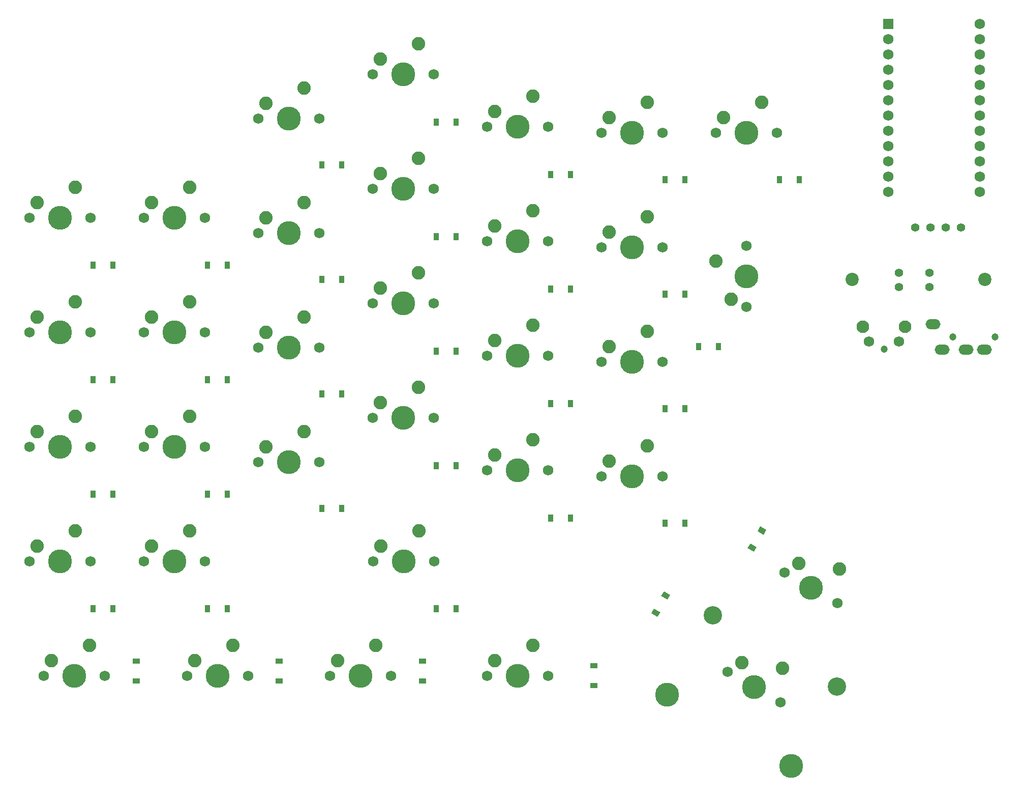
<source format=gbs>
G04 #@! TF.GenerationSoftware,KiCad,Pcbnew,5.1.10*
G04 #@! TF.CreationDate,2021-07-25T23:09:34-04:00*
G04 #@! TF.ProjectId,v04_left,7630345f-6c65-4667-942e-6b696361645f,rev?*
G04 #@! TF.SameCoordinates,Original*
G04 #@! TF.FileFunction,Soldermask,Bot*
G04 #@! TF.FilePolarity,Negative*
%FSLAX46Y46*%
G04 Gerber Fmt 4.6, Leading zero omitted, Abs format (unit mm)*
G04 Created by KiCad (PCBNEW 5.1.10) date 2021-07-25 23:09:34*
%MOMM*%
%LPD*%
G01*
G04 APERTURE LIST*
%ADD10C,2.250000*%
%ADD11C,3.987800*%
%ADD12C,1.750000*%
%ADD13C,3.048000*%
%ADD14R,1.752600X1.752600*%
%ADD15C,1.752600*%
%ADD16O,2.500000X1.700000*%
%ADD17C,1.200000*%
%ADD18C,2.200000*%
%ADD19C,2.100000*%
%ADD20C,0.100000*%
%ADD21R,1.200000X0.900000*%
%ADD22R,0.900000X1.200000*%
%ADD23C,1.397000*%
G04 APERTURE END LIST*
D10*
X-31328295Y-115488591D03*
D11*
X-36068000Y-118618000D03*
D10*
X-38097557Y-114513295D03*
D12*
X-40467409Y-116078000D03*
X-31668591Y-121158000D03*
D13*
X-42886615Y-106615688D03*
X-22264385Y-118521938D03*
D11*
X-50506615Y-119813915D03*
X-29884385Y-131720165D03*
D14*
X-13671250Y-8275000D03*
D15*
X-13671250Y-10815000D03*
X-13671250Y-13355000D03*
X-13671250Y-15895000D03*
X-13671250Y-18435000D03*
X-13671250Y-20975000D03*
X-13671250Y-23515000D03*
X-13671250Y-26055000D03*
X-13671250Y-28595000D03*
X-13671250Y-31135000D03*
X-13671250Y-33675000D03*
X1568750Y-36215000D03*
X1568750Y-33675000D03*
X1568750Y-31135000D03*
X1568750Y-28595000D03*
X1568750Y-26055000D03*
X1568750Y-23515000D03*
X1568750Y-20975000D03*
X1568750Y-18435000D03*
X1568750Y-15895000D03*
X1568750Y-13355000D03*
X1568750Y-10815000D03*
X-13671250Y-36215000D03*
X1568750Y-8275000D03*
D16*
X-6243750Y-58225000D03*
X-4743750Y-62425000D03*
X-743750Y-62425000D03*
X2256250Y-62425000D03*
D17*
X-2943750Y-60325000D03*
X4056250Y-60325000D03*
D18*
X-19750000Y-50750000D03*
X2381250Y-50800000D03*
D17*
X-14406250Y-62328750D03*
D19*
X-10906250Y-58628750D03*
D12*
X-11906250Y-61118750D03*
X-16906250Y-61118750D03*
D19*
X-17916250Y-58628750D03*
D20*
G36*
X-50474135Y-104035769D02*
G01*
X-51513365Y-103435769D01*
X-51063365Y-102656347D01*
X-50024135Y-103256347D01*
X-50474135Y-104035769D01*
G37*
G36*
X-52124135Y-106893653D02*
G01*
X-53163365Y-106293653D01*
X-52713365Y-105514231D01*
X-51674135Y-106114231D01*
X-52124135Y-106893653D01*
G37*
D21*
X-62706250Y-115031250D03*
X-62706250Y-118331250D03*
D22*
X-88962500Y-105568750D03*
X-85662500Y-105568750D03*
D21*
X-91281250Y-114237500D03*
X-91281250Y-117537500D03*
X-115093750Y-114237500D03*
X-115093750Y-117537500D03*
X-138906250Y-114237500D03*
X-138906250Y-117537500D03*
D20*
G36*
X-34440385Y-93240769D02*
G01*
X-35479615Y-92640769D01*
X-35029615Y-91861347D01*
X-33990385Y-92461347D01*
X-34440385Y-93240769D01*
G37*
G36*
X-36090385Y-96098653D02*
G01*
X-37129615Y-95498653D01*
X-36679615Y-94719231D01*
X-35640385Y-95319231D01*
X-36090385Y-96098653D01*
G37*
D22*
X-50862500Y-91281250D03*
X-47562500Y-91281250D03*
X-69912500Y-90487500D03*
X-66612500Y-90487500D03*
X-88962500Y-81756250D03*
X-85662500Y-81756250D03*
X-108012500Y-88900000D03*
X-104712500Y-88900000D03*
X-127062500Y-105568750D03*
X-123762500Y-105568750D03*
X-146112500Y-105568750D03*
X-142812500Y-105568750D03*
X-45306250Y-61912500D03*
X-42006250Y-61912500D03*
X-50862500Y-72231250D03*
X-47562500Y-72231250D03*
X-69912500Y-71437500D03*
X-66612500Y-71437500D03*
X-88962500Y-62706250D03*
X-85662500Y-62706250D03*
X-108012500Y-69850000D03*
X-104712500Y-69850000D03*
X-127062500Y-86518750D03*
X-123762500Y-86518750D03*
X-146112500Y-86518750D03*
X-142812500Y-86518750D03*
X-50862500Y-53181250D03*
X-47562500Y-53181250D03*
X-69912500Y-52387500D03*
X-66612500Y-52387500D03*
X-88962500Y-43656250D03*
X-85662500Y-43656250D03*
X-108012500Y-50800000D03*
X-104712500Y-50800000D03*
X-127062500Y-67468750D03*
X-123762500Y-67468750D03*
X-146112500Y-67468750D03*
X-142812500Y-67468750D03*
X-31812500Y-34131250D03*
X-28512500Y-34131250D03*
X-50862500Y-34131250D03*
X-47562500Y-34131250D03*
X-69912500Y-33337500D03*
X-66612500Y-33337500D03*
X-88962500Y-24606250D03*
X-85662500Y-24606250D03*
X-108012500Y-31750000D03*
X-104712500Y-31750000D03*
X-127062500Y-48418750D03*
X-123762500Y-48418750D03*
X-146112500Y-48418750D03*
X-142812500Y-48418750D03*
D10*
X-122872500Y-111601250D03*
D11*
X-125412500Y-116681250D03*
D10*
X-129222500Y-114141250D03*
D12*
X-130492500Y-116681250D03*
X-120332500Y-116681250D03*
D10*
X-110966250Y-18923000D03*
D11*
X-113506250Y-24003000D03*
D10*
X-117316250Y-21463000D03*
D12*
X-118586250Y-24003000D03*
X-108426250Y-24003000D03*
D10*
X-42386250Y-47688500D03*
D11*
X-37306250Y-50228500D03*
D10*
X-39846250Y-54038500D03*
D12*
X-37306250Y-55308500D03*
X-37306250Y-45148500D03*
D10*
X-53816250Y-40386000D03*
D11*
X-56356250Y-45466000D03*
D10*
X-60166250Y-42926000D03*
D12*
X-61436250Y-45466000D03*
X-51276250Y-45466000D03*
D10*
X-110966250Y-37973000D03*
D11*
X-113506250Y-43053000D03*
D10*
X-117316250Y-40513000D03*
D12*
X-118586250Y-43053000D03*
X-108426250Y-43053000D03*
D10*
X-53816250Y-21336000D03*
D11*
X-56356250Y-26416000D03*
D10*
X-60166250Y-23876000D03*
D12*
X-61436250Y-26416000D03*
X-51276250Y-26416000D03*
D23*
X-6811250Y-52011250D03*
X-11891250Y-52011250D03*
X-11891250Y-49630000D03*
X-6811250Y-49630000D03*
X-1606250Y-42088750D03*
X-4146250Y-42088750D03*
X-6686250Y-42088750D03*
X-9226250Y-42088750D03*
D10*
X-72866250Y-111601250D03*
D11*
X-75406250Y-116681250D03*
D10*
X-79216250Y-114141250D03*
D12*
X-80486250Y-116681250D03*
X-70326250Y-116681250D03*
D10*
X-91852750Y-92551250D03*
D11*
X-94392750Y-97631250D03*
D10*
X-98202750Y-95091250D03*
D12*
X-99472750Y-97631250D03*
X-89312750Y-97631250D03*
D10*
X-99060000Y-111601250D03*
D11*
X-101600000Y-116681250D03*
D10*
X-105410000Y-114141250D03*
D12*
X-106680000Y-116681250D03*
X-96520000Y-116681250D03*
D10*
X-146685000Y-111601250D03*
D11*
X-149225000Y-116681250D03*
D10*
X-153035000Y-114141250D03*
D12*
X-154305000Y-116681250D03*
X-144145000Y-116681250D03*
D10*
X-21803295Y-98978591D03*
D11*
X-26543000Y-102108000D03*
D10*
X-28572557Y-98003295D03*
D12*
X-30942409Y-99568000D03*
X-22143591Y-104648000D03*
D10*
X-53816250Y-78486000D03*
D11*
X-56356250Y-83566000D03*
D10*
X-60166250Y-81026000D03*
D12*
X-61436250Y-83566000D03*
X-51276250Y-83566000D03*
D10*
X-72866250Y-77470000D03*
D11*
X-75406250Y-82550000D03*
D10*
X-79216250Y-80010000D03*
D12*
X-80486250Y-82550000D03*
X-70326250Y-82550000D03*
D10*
X-91916250Y-68707000D03*
D11*
X-94456250Y-73787000D03*
D10*
X-98266250Y-71247000D03*
D12*
X-99536250Y-73787000D03*
X-89376250Y-73787000D03*
D10*
X-110966250Y-76073000D03*
D11*
X-113506250Y-81153000D03*
D10*
X-117316250Y-78613000D03*
D12*
X-118586250Y-81153000D03*
X-108426250Y-81153000D03*
D10*
X-130016250Y-92551250D03*
D11*
X-132556250Y-97631250D03*
D10*
X-136366250Y-95091250D03*
D12*
X-137636250Y-97631250D03*
X-127476250Y-97631250D03*
D10*
X-149066250Y-92551250D03*
D11*
X-151606250Y-97631250D03*
D10*
X-155416250Y-95091250D03*
D12*
X-156686250Y-97631250D03*
X-146526250Y-97631250D03*
D10*
X-53816250Y-59436000D03*
D11*
X-56356250Y-64516000D03*
D10*
X-60166250Y-61976000D03*
D12*
X-61436250Y-64516000D03*
X-51276250Y-64516000D03*
D10*
X-72866250Y-58420000D03*
D11*
X-75406250Y-63500000D03*
D10*
X-79216250Y-60960000D03*
D12*
X-80486250Y-63500000D03*
X-70326250Y-63500000D03*
D10*
X-91916250Y-49657000D03*
D11*
X-94456250Y-54737000D03*
D10*
X-98266250Y-52197000D03*
D12*
X-99536250Y-54737000D03*
X-89376250Y-54737000D03*
D10*
X-110966250Y-57023000D03*
D11*
X-113506250Y-62103000D03*
D10*
X-117316250Y-59563000D03*
D12*
X-118586250Y-62103000D03*
X-108426250Y-62103000D03*
D10*
X-130016250Y-73501250D03*
D11*
X-132556250Y-78581250D03*
D10*
X-136366250Y-76041250D03*
D12*
X-137636250Y-78581250D03*
X-127476250Y-78581250D03*
D10*
X-149066250Y-73501250D03*
D11*
X-151606250Y-78581250D03*
D10*
X-155416250Y-76041250D03*
D12*
X-156686250Y-78581250D03*
X-146526250Y-78581250D03*
D10*
X-72866250Y-39370000D03*
D11*
X-75406250Y-44450000D03*
D10*
X-79216250Y-41910000D03*
D12*
X-80486250Y-44450000D03*
X-70326250Y-44450000D03*
D10*
X-91916250Y-30607000D03*
D11*
X-94456250Y-35687000D03*
D10*
X-98266250Y-33147000D03*
D12*
X-99536250Y-35687000D03*
X-89376250Y-35687000D03*
D10*
X-130016250Y-54451250D03*
D11*
X-132556250Y-59531250D03*
D10*
X-136366250Y-56991250D03*
D12*
X-137636250Y-59531250D03*
X-127476250Y-59531250D03*
D10*
X-149066250Y-54451250D03*
D11*
X-151606250Y-59531250D03*
D10*
X-155416250Y-56991250D03*
D12*
X-156686250Y-59531250D03*
X-146526250Y-59531250D03*
D10*
X-34766250Y-21336000D03*
D11*
X-37306250Y-26416000D03*
D10*
X-41116250Y-23876000D03*
D12*
X-42386250Y-26416000D03*
X-32226250Y-26416000D03*
D10*
X-72866250Y-20320000D03*
D11*
X-75406250Y-25400000D03*
D10*
X-79216250Y-22860000D03*
D12*
X-80486250Y-25400000D03*
X-70326250Y-25400000D03*
D10*
X-91916250Y-11557000D03*
D11*
X-94456250Y-16637000D03*
D10*
X-98266250Y-14097000D03*
D12*
X-99536250Y-16637000D03*
X-89376250Y-16637000D03*
D10*
X-130016250Y-35401250D03*
D11*
X-132556250Y-40481250D03*
D10*
X-136366250Y-37941250D03*
D12*
X-137636250Y-40481250D03*
X-127476250Y-40481250D03*
D10*
X-149066250Y-35401250D03*
D11*
X-151606250Y-40481250D03*
D10*
X-155416250Y-37941250D03*
D12*
X-156686250Y-40481250D03*
X-146526250Y-40481250D03*
M02*

</source>
